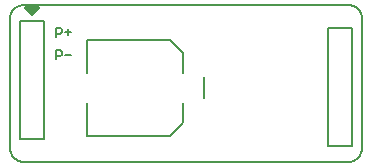
<source format=gto>
G75*
G70*
%OFA0B0*%
%FSLAX24Y24*%
%IPPOS*%
%LPD*%
%AMOC8*
5,1,8,0,0,1.08239X$1,22.5*
%
%ADD10C,0.0060*%
%ADD11C,0.0120*%
%ADD12C,0.0050*%
%ADD13C,0.0080*%
D10*
X000860Y000210D02*
X011610Y000210D01*
X011654Y000212D01*
X011697Y000218D01*
X011739Y000227D01*
X011781Y000240D01*
X011821Y000257D01*
X011860Y000277D01*
X011897Y000300D01*
X011931Y000327D01*
X011964Y000356D01*
X011993Y000389D01*
X012020Y000423D01*
X012043Y000460D01*
X012063Y000499D01*
X012080Y000539D01*
X012093Y000581D01*
X012102Y000623D01*
X012108Y000666D01*
X012110Y000710D01*
X012110Y004960D01*
X012108Y005004D01*
X012102Y005047D01*
X012093Y005089D01*
X012080Y005131D01*
X012063Y005171D01*
X012043Y005210D01*
X012020Y005247D01*
X011993Y005281D01*
X011964Y005314D01*
X011931Y005343D01*
X011897Y005370D01*
X011860Y005393D01*
X011821Y005413D01*
X011781Y005430D01*
X011739Y005443D01*
X011697Y005452D01*
X011654Y005458D01*
X011610Y005460D01*
X000860Y005460D01*
X000816Y005458D01*
X000773Y005452D01*
X000731Y005443D01*
X000689Y005430D01*
X000649Y005413D01*
X000610Y005393D01*
X000573Y005370D01*
X000539Y005343D01*
X000506Y005314D01*
X000477Y005281D01*
X000450Y005247D01*
X000427Y005210D01*
X000407Y005171D01*
X000390Y005131D01*
X000377Y005089D01*
X000368Y005047D01*
X000362Y005004D01*
X000360Y004960D01*
X000360Y000710D01*
X000362Y000666D01*
X000368Y000623D01*
X000377Y000581D01*
X000390Y000539D01*
X000407Y000499D01*
X000427Y000460D01*
X000450Y000423D01*
X000477Y000389D01*
X000506Y000356D01*
X000539Y000327D01*
X000573Y000300D01*
X000610Y000277D01*
X000649Y000257D01*
X000689Y000240D01*
X000731Y000227D01*
X000773Y000218D01*
X000816Y000212D01*
X000860Y000210D01*
D11*
X001110Y005160D02*
X000910Y005360D01*
X001210Y005360D01*
X001110Y005260D01*
X001110Y005160D02*
X001310Y005360D01*
X001210Y005360D01*
D12*
X001504Y004929D02*
X000716Y004929D01*
X000716Y000991D01*
X001504Y000991D01*
X001504Y004929D01*
X001885Y004685D02*
X002035Y004685D01*
X002085Y004635D01*
X002085Y004535D01*
X002035Y004485D01*
X001885Y004485D01*
X001885Y004385D02*
X001885Y004685D01*
X002207Y004535D02*
X002407Y004535D01*
X002307Y004635D02*
X002307Y004435D01*
X002935Y004285D02*
X002935Y003185D01*
X001885Y003635D02*
X001885Y003935D01*
X002035Y003935D01*
X002085Y003885D01*
X002085Y003785D01*
X002035Y003735D01*
X001885Y003735D01*
X002207Y003785D02*
X002407Y003785D01*
X002935Y004285D02*
X005685Y004285D01*
X006129Y003846D01*
X006135Y003835D02*
X006135Y003185D01*
X006135Y002185D02*
X006135Y001535D01*
X006129Y001524D02*
X005685Y001085D01*
X002935Y001085D01*
X002935Y002185D01*
X010966Y000741D02*
X010966Y004679D01*
X011754Y004679D01*
X011754Y000741D01*
X010966Y000741D01*
D13*
X006835Y002335D02*
X006835Y003035D01*
M02*

</source>
